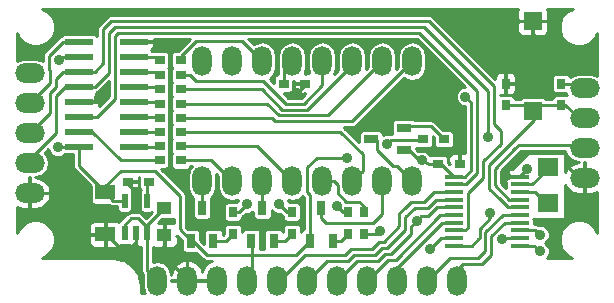
<source format=gtl>
%FSLAX34Y34*%
G04 Gerber Fmt 3.4, Leading zero omitted, Abs format*
G04 (created by PCBNEW (2014-02-28 BZR 4729)-product) date man 03 mar 2014 20:37:32 CET*
%MOIN*%
G01*
G70*
G90*
G04 APERTURE LIST*
%ADD10C,0.005906*%
%ADD11O,0.064961X0.100000*%
%ADD12O,0.100000X0.065000*%
%ADD13R,0.035433X0.031496*%
%ADD14R,0.050000X0.031496*%
%ADD15R,0.031496X0.050000*%
%ADD16R,0.035433X0.027559*%
%ADD17R,0.031496X0.035433*%
%ADD18R,0.062992X0.011811*%
%ADD19R,0.020000X0.050000*%
%ADD20R,0.051181X0.043307*%
%ADD21R,0.066929X0.051181*%
%ADD22O,0.065000X0.100000*%
%ADD23R,0.093701X0.021969*%
%ADD24R,0.070866X0.059055*%
%ADD25R,0.062992X0.059055*%
%ADD26C,0.035000*%
%ADD27C,0.009843*%
%ADD28C,0.010000*%
G04 APERTURE END LIST*
G54D10*
G54D11*
X3500Y3905D03*
X2500Y3905D03*
X1500Y3905D03*
X500Y3905D03*
X-500Y3905D03*
X-1500Y3905D03*
X-2500Y3905D03*
X-3500Y3905D03*
X-3500Y7905D03*
X-2500Y7905D03*
X-1500Y7905D03*
X-500Y7905D03*
X500Y7905D03*
X1500Y7905D03*
X2500Y7905D03*
X3500Y7905D03*
G54D12*
X9251Y7011D03*
X9251Y6011D03*
X9251Y5011D03*
X9251Y4011D03*
G54D13*
X-5275Y3897D03*
X-5984Y3897D03*
X4370Y4488D03*
X5078Y4488D03*
G54D14*
X2127Y5314D03*
X3226Y5689D03*
X3226Y4939D03*
G54D15*
X472Y3029D03*
X847Y1931D03*
X97Y1931D03*
X-1496Y3029D03*
X-1121Y1931D03*
X-1871Y1931D03*
X-3503Y3029D03*
X-3128Y1931D03*
X-3878Y1931D03*
G54D13*
X-4212Y4606D03*
G54D16*
X-4921Y4606D03*
G54D13*
X-4212Y5078D03*
X-4921Y5078D03*
X-4212Y5551D03*
X-4921Y5551D03*
X-4212Y6023D03*
X-4921Y6023D03*
X-4212Y6496D03*
X-4921Y6496D03*
X-4212Y6968D03*
X-4921Y6968D03*
X-4212Y7440D03*
X-4921Y7440D03*
X-4212Y7952D03*
X-4921Y7952D03*
X4566Y5314D03*
X3858Y5314D03*
G54D17*
X1377Y2165D03*
X1377Y2874D03*
X-511Y2874D03*
X-511Y2165D03*
X-2480Y2874D03*
X-2480Y2165D03*
X8464Y7165D03*
X8464Y6456D03*
G54D18*
X4881Y4064D03*
X4881Y3809D03*
X4881Y3553D03*
X4881Y3297D03*
X4881Y3041D03*
X4881Y2785D03*
X4881Y2529D03*
X4881Y2273D03*
X4881Y2017D03*
X4881Y1761D03*
X7086Y1761D03*
X7086Y2017D03*
X7086Y2273D03*
X7086Y2529D03*
X7086Y2785D03*
X7086Y3041D03*
X7086Y3297D03*
X7086Y3553D03*
X7086Y3809D03*
X7086Y4064D03*
G54D19*
X-6083Y2167D03*
X-5333Y2167D03*
X-6083Y3265D03*
X-5708Y2167D03*
X-5333Y3265D03*
G54D20*
X-4763Y3011D03*
X-4763Y2106D03*
G54D21*
X-6732Y3533D03*
X-6732Y2135D03*
G54D13*
X-787Y7165D03*
X-78Y7165D03*
G54D17*
X1889Y2874D03*
X1889Y2165D03*
G54D22*
X-5000Y590D03*
X-4000Y590D03*
X-3000Y590D03*
X-2000Y590D03*
X-1000Y590D03*
X0Y590D03*
X1000Y590D03*
X2000Y590D03*
X3000Y590D03*
X4000Y590D03*
X5000Y590D03*
G54D23*
X-5777Y5061D03*
X-5777Y5561D03*
X-5777Y6061D03*
X-5777Y6561D03*
X-5777Y7061D03*
X-5777Y7561D03*
X-5777Y8061D03*
X-5777Y8561D03*
X-7608Y8561D03*
X-7608Y8061D03*
X-7608Y7561D03*
X-7608Y7061D03*
X-7608Y6561D03*
X-7608Y6061D03*
X-7608Y5561D03*
X-7608Y5061D03*
G54D24*
X8031Y4370D03*
X8031Y3188D03*
G54D17*
X6614Y6456D03*
X6614Y7165D03*
G54D25*
X7519Y9251D03*
X7519Y6259D03*
G54D12*
X-9251Y7511D03*
X-9251Y6511D03*
X-9251Y5511D03*
X-9251Y4511D03*
X-9251Y3511D03*
G54D26*
X2440Y2244D03*
X3661Y2598D03*
X6023Y5393D03*
X7755Y1574D03*
X7519Y7165D03*
X-6929Y6692D03*
X-4960Y8503D03*
X6614Y4094D03*
X-354Y6850D03*
X4763Y5748D03*
X7322Y4330D03*
X-6102Y1535D03*
X-5708Y3543D03*
X984Y3070D03*
X6102Y2834D03*
X6496Y1968D03*
X-944Y3149D03*
X7755Y2125D03*
X-2007Y3149D03*
X2677Y5157D03*
X4094Y1653D03*
X-8307Y5039D03*
X-8267Y7952D03*
X5275Y6732D03*
X3818Y4606D03*
X1338Y4685D03*
G54D27*
X-4212Y6968D02*
X-1496Y6968D01*
X1500Y7799D02*
X1500Y7905D01*
X0Y6299D02*
X1500Y7799D01*
X-826Y6299D02*
X0Y6299D01*
X-1496Y6968D02*
X-826Y6299D01*
X-4212Y6023D02*
X-1181Y6023D01*
X1500Y5905D02*
X3500Y7905D01*
X-1062Y5905D02*
X1500Y5905D01*
X-1181Y6023D02*
X-1062Y5905D01*
X-4212Y7440D02*
X-3897Y7440D01*
X500Y7114D02*
X500Y7905D01*
X-118Y6496D02*
X500Y7114D01*
X-708Y6496D02*
X-118Y6496D01*
X-1456Y7244D02*
X-708Y6496D01*
X-3700Y7244D02*
X-1456Y7244D01*
X-3897Y7440D02*
X-3700Y7244D01*
X-4212Y5551D02*
X1102Y5551D01*
X1850Y4255D02*
X1500Y3905D01*
X1850Y4803D02*
X1850Y4255D01*
X1102Y5551D02*
X1850Y4803D01*
X-4212Y4606D02*
X-3200Y4606D01*
X-3200Y4606D02*
X-2500Y3905D01*
X2992Y4413D02*
X2870Y4413D01*
X3500Y3905D02*
X2992Y4413D01*
X2324Y4958D02*
X2324Y5275D01*
X2870Y4413D02*
X2324Y4958D01*
X472Y3029D02*
X472Y2677D01*
X629Y2519D02*
X1141Y2519D01*
X472Y2677D02*
X629Y2519D01*
X2500Y2814D02*
X2500Y3905D01*
X1141Y2519D02*
X2204Y2519D01*
X2204Y2519D02*
X2500Y2814D01*
X-1496Y3029D02*
X-1496Y3901D01*
X-1496Y3901D02*
X-1500Y3905D01*
X-3503Y3029D02*
X-3503Y3901D01*
X-3503Y3901D02*
X-3500Y3905D01*
X-4212Y5078D02*
X-1673Y5078D01*
X-1673Y5078D02*
X-500Y3905D01*
X-4212Y7952D02*
X-4212Y8070D01*
X-2177Y8582D02*
X-1500Y7905D01*
X-3700Y8582D02*
X-2177Y8582D01*
X-4212Y8070D02*
X-3700Y8582D01*
X-4212Y6496D02*
X-1338Y6496D01*
X696Y6102D02*
X2500Y7905D01*
X-944Y6102D02*
X696Y6102D01*
X-1338Y6496D02*
X-944Y6102D01*
X2401Y1889D02*
X2559Y1889D01*
X3071Y2559D02*
X3071Y2559D01*
X3071Y2401D02*
X3071Y2559D01*
X2559Y1889D02*
X3071Y2401D01*
X3248Y3011D02*
X3070Y2834D01*
X4223Y3553D02*
X3897Y3227D01*
X4881Y3553D02*
X4223Y3553D01*
X3740Y3228D02*
X3898Y3228D01*
X3898Y3228D02*
X3897Y3228D01*
X3897Y3228D02*
X3897Y3227D01*
X-78Y1456D02*
X-944Y590D01*
X-944Y590D02*
X-1000Y590D01*
X1259Y1456D02*
X1455Y1652D01*
X1455Y1652D02*
X2164Y1652D01*
X2164Y1652D02*
X2401Y1889D01*
X-78Y1456D02*
X1259Y1456D01*
X3071Y2559D02*
X3070Y2559D01*
X3248Y3011D02*
X3464Y3228D01*
X3464Y3228D02*
X3740Y3228D01*
X3070Y2834D02*
X3070Y2559D01*
X4016Y3031D02*
X3582Y3031D01*
X3267Y2716D02*
X3267Y2282D01*
X3582Y3031D02*
X3267Y2716D01*
X2252Y1456D02*
X2271Y1456D01*
X1377Y1259D02*
X669Y1259D01*
X1574Y1456D02*
X1377Y1259D01*
X0Y590D02*
X669Y1259D01*
X2252Y1456D02*
X1574Y1456D01*
X2677Y1692D02*
X2677Y1692D01*
X2506Y1692D02*
X2677Y1692D01*
X2271Y1456D02*
X2506Y1692D01*
X4282Y3297D02*
X4016Y3031D01*
X3267Y2282D02*
X2677Y1692D01*
X2677Y1692D02*
X2677Y1692D01*
X4881Y3297D02*
X4282Y3297D01*
X3661Y2598D02*
X3464Y2401D01*
X3464Y2401D02*
X3464Y2165D01*
X4035Y2736D02*
X3799Y2736D01*
X2362Y2165D02*
X1889Y2165D01*
X2440Y2244D02*
X2362Y2165D01*
X3799Y2736D02*
X3661Y2598D01*
X1661Y1251D02*
X2354Y1251D01*
X1661Y1251D02*
X1000Y590D01*
X3464Y2165D02*
X2795Y1496D01*
X2795Y1496D02*
X2598Y1496D01*
X2354Y1251D02*
X2598Y1496D01*
X4881Y3041D02*
X4340Y3041D01*
X4340Y3041D02*
X4035Y2736D01*
X4881Y2785D02*
X4438Y2785D01*
X2708Y1299D02*
X2000Y590D01*
X2952Y1299D02*
X2708Y1299D01*
X4438Y2785D02*
X2952Y1299D01*
X4881Y2529D02*
X4498Y2529D01*
X3000Y1031D02*
X3000Y590D01*
X4498Y2529D02*
X3000Y1031D01*
X5196Y1141D02*
X5826Y1141D01*
X6141Y1456D02*
X6141Y2086D01*
X5826Y1141D02*
X6141Y1456D01*
X7086Y2529D02*
X6584Y2529D01*
X6584Y2529D02*
X6141Y2086D01*
X5000Y944D02*
X5000Y590D01*
X5196Y1141D02*
X5000Y944D01*
X5078Y1338D02*
X5708Y1338D01*
X5944Y1574D02*
X5944Y2204D01*
X5708Y1338D02*
X5944Y1574D01*
X7086Y2785D02*
X6525Y2785D01*
X6525Y2785D02*
X5944Y2204D01*
X4748Y1338D02*
X4000Y590D01*
X5078Y1338D02*
X4748Y1338D01*
X6614Y6456D02*
X7362Y6456D01*
X8464Y6456D02*
X8610Y6456D01*
X8610Y6456D02*
X9251Y5814D01*
X7086Y3041D02*
X6683Y3041D01*
X6683Y3041D02*
X6417Y3307D01*
X6417Y3307D02*
X6062Y3661D01*
X6062Y4448D02*
X6417Y4803D01*
X6062Y3661D02*
X6062Y4448D01*
X6417Y4803D02*
X6909Y5295D01*
X7559Y6259D02*
X7559Y5944D01*
X7559Y5944D02*
X7322Y5708D01*
X8464Y6456D02*
X7755Y6456D01*
X7755Y6456D02*
X7559Y6259D01*
X7362Y6456D02*
X7559Y6259D01*
X6929Y5314D02*
X7322Y5708D01*
X6909Y5295D02*
X6929Y5314D01*
X-8582Y6850D02*
X-8385Y7047D01*
X-8147Y7561D02*
X-8385Y7322D01*
X-8385Y7322D02*
X-8385Y7047D01*
X-7608Y7561D02*
X-8147Y7561D01*
X-8582Y6850D02*
X-8582Y6181D01*
X-8582Y6181D02*
X-9251Y5511D01*
X6456Y5511D02*
X6456Y5589D01*
X6220Y5825D02*
X6220Y7086D01*
X6456Y5589D02*
X6220Y5825D01*
X6456Y5157D02*
X6456Y5511D01*
X5866Y4566D02*
X6456Y5157D01*
X-7084Y7561D02*
X-7608Y7561D01*
X-6811Y7834D02*
X-7084Y7561D01*
X-6811Y8976D02*
X-6811Y7834D01*
X-6535Y9251D02*
X-6811Y8976D01*
X4055Y9251D02*
X-6535Y9251D01*
X6220Y7086D02*
X4055Y9251D01*
X5866Y4015D02*
X5866Y4566D01*
X4881Y2273D02*
X5265Y2273D01*
X5354Y3503D02*
X5393Y3543D01*
X5354Y2362D02*
X5354Y3503D01*
X5265Y2273D02*
X5354Y2362D01*
X5393Y3543D02*
X5866Y4015D01*
X5669Y5038D02*
X5669Y6929D01*
X5305Y3809D02*
X5669Y4173D01*
X4881Y3809D02*
X5305Y3809D01*
X5669Y4173D02*
X5669Y5038D01*
X-7009Y6061D02*
X-7608Y6061D01*
X-6417Y6653D02*
X-7009Y6061D01*
X-6417Y8740D02*
X-6417Y6653D01*
X-6299Y8858D02*
X-6417Y8740D01*
X3740Y8858D02*
X-6299Y8858D01*
X5669Y6929D02*
X3740Y8858D01*
X-7608Y7061D02*
X-8057Y7061D01*
X-9251Y4645D02*
X-9251Y4511D01*
X-8385Y5511D02*
X-9251Y4645D01*
X-8385Y6733D02*
X-8385Y5511D01*
X-8057Y7061D02*
X-8385Y6733D01*
X6023Y5393D02*
X6023Y6929D01*
X7086Y1761D02*
X7568Y1761D01*
X7568Y1761D02*
X7755Y1574D01*
X-7072Y7061D02*
X-7608Y7061D01*
X-6613Y7520D02*
X-7072Y7061D01*
X-6613Y8859D02*
X-6613Y7520D01*
X-6417Y9055D02*
X-6613Y8859D01*
X3897Y9055D02*
X-6417Y9055D01*
X6023Y6929D02*
X3897Y9055D01*
X-7608Y8561D02*
X-8131Y8561D01*
X-8582Y7181D02*
X-9251Y6511D01*
X-8582Y7598D02*
X-8582Y7181D01*
X-8622Y7637D02*
X-8582Y7598D01*
X-8622Y8070D02*
X-8622Y7637D01*
X-8131Y8561D02*
X-8622Y8070D01*
X7047Y5118D02*
X8948Y5118D01*
X8948Y5118D02*
X9251Y4814D01*
X8948Y5118D02*
X9251Y4814D01*
X6929Y5000D02*
X7047Y5118D01*
X6742Y3297D02*
X6259Y3779D01*
X6259Y3779D02*
X6259Y4330D01*
X6259Y4330D02*
X6929Y5000D01*
X7086Y3297D02*
X6742Y3297D01*
X8948Y5118D02*
X9251Y4814D01*
X-5333Y2167D02*
X-5333Y2380D01*
X-6083Y2459D02*
X-6083Y2167D01*
X-5866Y2677D02*
X-6083Y2459D01*
X-5629Y2677D02*
X-5866Y2677D01*
X-5333Y2380D02*
X-5629Y2677D01*
X-5333Y2167D02*
X-5333Y2441D01*
X-5333Y2441D02*
X-4763Y3011D01*
X-5333Y2167D02*
X-5333Y924D01*
X-5333Y924D02*
X-5000Y590D01*
X7086Y3809D02*
X7509Y3809D01*
X7952Y4251D02*
X7952Y4370D01*
X7509Y3809D02*
X7952Y4251D01*
X7086Y3553D02*
X7588Y3553D01*
X7588Y3553D02*
X7952Y3188D01*
X7519Y7165D02*
X7519Y9212D01*
X7519Y9212D02*
X7559Y9251D01*
X6614Y7165D02*
X7519Y7165D01*
X-7608Y6561D02*
X-6982Y6561D01*
X-6982Y6561D02*
X-6929Y6692D01*
X-5777Y8561D02*
X-5017Y8561D01*
X-5017Y8561D02*
X-4960Y8503D01*
X6614Y4094D02*
X6614Y4212D01*
X6643Y4064D02*
X6614Y4094D01*
X7086Y4064D02*
X6643Y4064D01*
X8582Y4484D02*
X9251Y3814D01*
X8582Y4803D02*
X8582Y4484D01*
X8503Y4881D02*
X8582Y4803D01*
X7283Y4881D02*
X8503Y4881D01*
X6614Y4212D02*
X7283Y4881D01*
X-78Y7165D02*
X-78Y7125D01*
X-78Y7125D02*
X-354Y6850D01*
X5078Y4488D02*
X5078Y5433D01*
X4781Y5730D02*
X4763Y5748D01*
X5078Y5433D02*
X4763Y5748D01*
X7086Y4064D02*
X7086Y4094D01*
X7086Y4094D02*
X7322Y4330D01*
X-6102Y1535D02*
X-6062Y1535D01*
X-6702Y2135D02*
X-6102Y1535D01*
X-6732Y2135D02*
X-6702Y2135D01*
X-5708Y1889D02*
X-5708Y2167D01*
X-6062Y1535D02*
X-5708Y1889D01*
X-5984Y3897D02*
X-5984Y3818D01*
X-5984Y3818D02*
X-5708Y3543D01*
X-4000Y590D02*
X-4000Y653D01*
X-4763Y1417D02*
X-4763Y2106D01*
X-4000Y653D02*
X-4763Y1417D01*
X-5333Y3265D02*
X-5333Y3839D01*
X-5333Y3839D02*
X-5275Y3897D01*
X-787Y7165D02*
X-787Y7618D01*
X-787Y7618D02*
X-500Y7905D01*
X1299Y3228D02*
X1023Y3503D01*
X897Y3905D02*
X500Y3905D01*
X1023Y3779D02*
X897Y3905D01*
X1023Y3503D02*
X1023Y3779D01*
X1889Y2874D02*
X1889Y3070D01*
X1732Y3228D02*
X1299Y3228D01*
X1889Y3070D02*
X1732Y3228D01*
X4566Y5314D02*
X4133Y5748D01*
X3284Y5748D02*
X3226Y5689D01*
X4133Y5748D02*
X3284Y5748D01*
X847Y1931D02*
X1143Y1931D01*
X1143Y1931D02*
X1377Y2165D01*
X-1121Y1931D02*
X-746Y1931D01*
X-746Y1931D02*
X-511Y2165D01*
X-3128Y1931D02*
X-2714Y1931D01*
X-2714Y1931D02*
X-2480Y2165D01*
X-7608Y5561D02*
X-7175Y5561D01*
X-6220Y4606D02*
X-4921Y4606D01*
X-7175Y5561D02*
X-6220Y4606D01*
X1181Y2874D02*
X1377Y2874D01*
X984Y3070D02*
X1181Y2874D01*
X5748Y2283D02*
X5748Y2322D01*
X6102Y2677D02*
X6102Y2834D01*
X5748Y2322D02*
X6102Y2677D01*
X5748Y2362D02*
X5748Y2283D01*
X5748Y2283D02*
X5748Y2007D01*
X5748Y2007D02*
X5708Y1967D01*
X4881Y1761D02*
X5502Y1761D01*
X5502Y1761D02*
X5708Y1967D01*
X6545Y2017D02*
X6496Y1968D01*
X7086Y2017D02*
X6545Y2017D01*
X-669Y2874D02*
X-511Y2874D01*
X-944Y3149D02*
X-669Y2874D01*
X7086Y2273D02*
X7608Y2273D01*
X7608Y2273D02*
X7755Y2125D01*
X-2283Y2874D02*
X-2480Y2874D01*
X-2007Y3149D02*
X-2283Y2874D01*
X-5777Y5061D02*
X-4938Y5061D01*
X-4938Y5061D02*
X-4921Y5078D01*
X-5777Y5561D02*
X-4931Y5561D01*
X-4931Y5561D02*
X-4921Y5551D01*
X-5777Y6061D02*
X-4958Y6061D01*
X-4958Y6061D02*
X-4921Y6023D01*
X-5777Y6561D02*
X-4986Y6561D01*
X-4986Y6561D02*
X-4921Y6496D01*
X-5777Y7061D02*
X-5013Y7061D01*
X-5013Y7061D02*
X-4921Y6968D01*
X-5777Y7561D02*
X-5041Y7561D01*
X-5041Y7561D02*
X-4921Y7440D01*
X-5777Y8061D02*
X-5029Y8061D01*
X-5029Y8061D02*
X-4921Y7952D01*
X4881Y2017D02*
X4458Y2017D01*
X3818Y5275D02*
X3858Y5314D01*
X2795Y5275D02*
X3818Y5275D01*
X2677Y5157D02*
X2795Y5275D01*
X4458Y2017D02*
X4094Y1653D01*
X-8307Y5039D02*
X-8285Y5061D01*
X-7608Y5061D02*
X-8285Y5061D01*
X-7608Y8061D02*
X-8159Y8061D01*
X-8159Y8061D02*
X-8267Y7952D01*
X-8267Y7952D02*
X-8238Y7982D01*
X8464Y7165D02*
X8901Y7165D01*
X8901Y7165D02*
X9251Y6814D01*
X4881Y4064D02*
X5246Y4064D01*
X5473Y6534D02*
X5275Y6732D01*
X5473Y4291D02*
X5473Y6534D01*
X5246Y4064D02*
X5473Y4291D01*
X-7608Y5061D02*
X-7608Y4409D01*
X-7608Y4409D02*
X-6732Y3533D01*
X3818Y4606D02*
X3717Y4606D01*
X3717Y4606D02*
X3423Y4900D01*
X4370Y4488D02*
X4458Y4488D01*
X4458Y4488D02*
X4881Y4064D01*
X97Y1931D02*
X97Y3445D01*
X4055Y4488D02*
X4370Y4488D01*
X3818Y4606D02*
X4055Y4488D01*
X314Y4685D02*
X1338Y4685D01*
X0Y4370D02*
X314Y4685D01*
X0Y3543D02*
X0Y4370D01*
X97Y3445D02*
X0Y3543D01*
X-4251Y3425D02*
X-4251Y2304D01*
X-6732Y3740D02*
X-6220Y4251D01*
X-6220Y4251D02*
X-5078Y4251D01*
X-5078Y4251D02*
X-4251Y3425D01*
X-6732Y3533D02*
X-6732Y3740D01*
X-4251Y2304D02*
X-3878Y1931D01*
X-1850Y1457D02*
X-1850Y740D01*
X-1850Y740D02*
X-2000Y590D01*
X-1850Y1457D02*
X-1850Y1910D01*
X-1850Y1910D02*
X-1871Y1931D01*
X-3878Y1931D02*
X-3820Y1931D01*
X-3820Y1931D02*
X-3347Y1457D01*
X-3347Y1457D02*
X-1850Y1457D01*
X-376Y1457D02*
X97Y1931D01*
X-1850Y1457D02*
X-376Y1457D01*
X-6083Y3265D02*
X-6464Y3265D01*
X-6464Y3265D02*
X-6732Y3533D01*
G54D10*
G36*
X-6616Y6736D02*
X-6939Y6412D01*
X-6939Y6501D01*
X-6989Y6551D01*
X-7598Y6551D01*
X-7598Y6543D01*
X-7618Y6543D01*
X-7618Y6551D01*
X-7626Y6551D01*
X-7626Y6571D01*
X-7618Y6571D01*
X-7618Y6578D01*
X-7598Y6578D01*
X-7598Y6571D01*
X-6989Y6571D01*
X-6939Y6621D01*
X-6939Y6710D01*
X-6970Y6784D01*
X-7026Y6840D01*
X-7034Y6843D01*
X-7012Y6866D01*
X-7009Y6874D01*
X-6996Y6876D01*
X-6931Y6920D01*
X-6616Y7235D01*
X-6616Y6736D01*
X-6616Y6736D01*
G37*
G54D28*
X-6616Y6736D02*
X-6939Y6412D01*
X-6939Y6501D01*
X-6989Y6551D01*
X-7598Y6551D01*
X-7598Y6543D01*
X-7618Y6543D01*
X-7618Y6551D01*
X-7626Y6551D01*
X-7626Y6571D01*
X-7618Y6571D01*
X-7618Y6578D01*
X-7598Y6578D01*
X-7598Y6571D01*
X-6989Y6571D01*
X-6939Y6621D01*
X-6939Y6710D01*
X-6970Y6784D01*
X-7026Y6840D01*
X-7034Y6843D01*
X-7012Y6866D01*
X-7009Y6874D01*
X-6996Y6876D01*
X-6931Y6920D01*
X-6616Y7235D01*
X-6616Y6736D01*
G54D10*
G36*
X-5182Y2874D02*
X-5364Y2693D01*
X-5489Y2818D01*
X-5553Y2861D01*
X-5629Y2876D01*
X-5866Y2876D01*
X-5942Y2861D01*
X-6007Y2818D01*
X-6224Y2600D01*
X-6259Y2548D01*
X-6267Y2544D01*
X-6284Y2561D01*
X-6357Y2591D01*
X-6437Y2591D01*
X-6672Y2591D01*
X-6722Y2541D01*
X-6722Y2145D01*
X-6714Y2145D01*
X-6714Y2125D01*
X-6722Y2125D01*
X-6722Y1729D01*
X-6672Y1679D01*
X-6437Y1679D01*
X-6357Y1679D01*
X-6284Y1710D01*
X-6228Y1766D01*
X-6225Y1772D01*
X-6213Y1767D01*
X-6153Y1767D01*
X-5953Y1767D01*
X-5945Y1770D01*
X-5921Y1747D01*
X-5848Y1717D01*
X-5768Y1717D01*
X-5718Y1767D01*
X-5718Y2157D01*
X-5726Y2157D01*
X-5726Y2177D01*
X-5718Y2177D01*
X-5718Y2185D01*
X-5698Y2185D01*
X-5698Y2177D01*
X-5690Y2177D01*
X-5690Y2157D01*
X-5698Y2157D01*
X-5698Y1767D01*
X-5648Y1717D01*
X-5568Y1717D01*
X-5532Y1732D01*
X-5532Y924D01*
X-5517Y847D01*
X-5474Y783D01*
X-5474Y782D01*
X-5475Y778D01*
X-5475Y402D01*
X-5438Y221D01*
X-5411Y179D01*
X-5529Y179D01*
X-5529Y393D01*
X-5532Y411D01*
X-5532Y428D01*
X-5592Y730D01*
X-5619Y794D01*
X-5790Y1050D01*
X-5839Y1099D01*
X-6094Y1270D01*
X-6159Y1297D01*
X-6461Y1357D01*
X-6478Y1357D01*
X-6496Y1360D01*
X-6742Y1360D01*
X-6742Y1729D01*
X-6742Y2125D01*
X-6742Y2145D01*
X-6742Y2541D01*
X-6792Y2591D01*
X-7027Y2591D01*
X-7106Y2591D01*
X-7180Y2561D01*
X-7236Y2505D01*
X-7266Y2431D01*
X-7266Y2195D01*
X-7216Y2145D01*
X-6742Y2145D01*
X-6742Y2125D01*
X-7216Y2125D01*
X-7266Y2075D01*
X-7266Y1840D01*
X-7236Y1766D01*
X-7180Y1710D01*
X-7106Y1679D01*
X-7027Y1679D01*
X-6792Y1679D01*
X-6742Y1729D01*
X-6742Y1360D01*
X-8845Y1360D01*
X-8691Y1423D01*
X-8511Y1604D01*
X-8413Y1840D01*
X-8413Y2095D01*
X-8510Y2331D01*
X-8560Y2381D01*
X-8560Y3419D01*
X-8602Y3501D01*
X-9241Y3501D01*
X-9241Y2986D01*
X-9066Y2986D01*
X-8866Y3030D01*
X-8698Y3147D01*
X-8588Y3320D01*
X-8560Y3419D01*
X-8560Y2381D01*
X-8690Y2512D01*
X-8926Y2610D01*
X-9182Y2610D01*
X-9418Y2513D01*
X-9599Y2332D01*
X-9662Y2178D01*
X-9662Y3048D01*
X-9637Y3030D01*
X-9436Y2986D01*
X-9261Y2986D01*
X-9261Y3501D01*
X-9269Y3501D01*
X-9269Y3521D01*
X-9261Y3521D01*
X-9261Y4036D01*
X-9241Y4036D01*
X-9241Y3521D01*
X-8602Y3521D01*
X-8560Y3603D01*
X-8588Y3703D01*
X-8698Y3875D01*
X-8866Y3993D01*
X-9066Y4036D01*
X-9064Y4036D01*
X-8882Y4072D01*
X-8728Y4175D01*
X-8625Y4330D01*
X-8589Y4511D01*
X-8625Y4693D01*
X-8728Y4847D01*
X-8752Y4863D01*
X-8632Y4983D01*
X-8632Y4975D01*
X-8582Y4855D01*
X-8491Y4764D01*
X-8372Y4714D01*
X-8242Y4714D01*
X-8123Y4763D01*
X-8085Y4801D01*
X-8046Y4801D01*
X-7807Y4801D01*
X-7807Y4409D01*
X-7792Y4333D01*
X-7749Y4268D01*
X-7216Y3736D01*
X-7216Y3247D01*
X-7194Y3192D01*
X-7151Y3150D01*
X-7096Y3127D01*
X-7037Y3127D01*
X-6608Y3127D01*
X-6605Y3124D01*
X-6540Y3081D01*
X-6464Y3066D01*
X-6333Y3066D01*
X-6333Y2985D01*
X-6310Y2930D01*
X-6268Y2888D01*
X-6213Y2865D01*
X-6153Y2865D01*
X-5953Y2865D01*
X-5898Y2888D01*
X-5856Y2930D01*
X-5833Y2985D01*
X-5833Y3045D01*
X-5833Y3540D01*
X-5767Y3540D01*
X-5693Y3570D01*
X-5637Y3626D01*
X-5607Y3700D01*
X-5607Y3779D01*
X-5607Y3837D01*
X-5657Y3887D01*
X-5974Y3887D01*
X-5974Y3879D01*
X-5994Y3879D01*
X-5994Y3887D01*
X-6002Y3887D01*
X-6002Y3907D01*
X-5994Y3907D01*
X-5994Y3915D01*
X-5974Y3915D01*
X-5974Y3907D01*
X-5657Y3907D01*
X-5607Y3957D01*
X-5607Y4015D01*
X-5607Y4052D01*
X-5602Y4052D01*
X-5602Y4025D01*
X-5602Y3710D01*
X-5579Y3655D01*
X-5543Y3618D01*
X-5560Y3600D01*
X-5583Y3545D01*
X-5583Y3485D01*
X-5583Y2985D01*
X-5560Y2930D01*
X-5518Y2888D01*
X-5463Y2865D01*
X-5403Y2865D01*
X-5203Y2865D01*
X-5182Y2874D01*
X-5182Y2874D01*
G37*
G54D28*
X-5182Y2874D02*
X-5364Y2693D01*
X-5489Y2818D01*
X-5553Y2861D01*
X-5629Y2876D01*
X-5866Y2876D01*
X-5942Y2861D01*
X-6007Y2818D01*
X-6224Y2600D01*
X-6259Y2548D01*
X-6267Y2544D01*
X-6284Y2561D01*
X-6357Y2591D01*
X-6437Y2591D01*
X-6672Y2591D01*
X-6722Y2541D01*
X-6722Y2145D01*
X-6714Y2145D01*
X-6714Y2125D01*
X-6722Y2125D01*
X-6722Y1729D01*
X-6672Y1679D01*
X-6437Y1679D01*
X-6357Y1679D01*
X-6284Y1710D01*
X-6228Y1766D01*
X-6225Y1772D01*
X-6213Y1767D01*
X-6153Y1767D01*
X-5953Y1767D01*
X-5945Y1770D01*
X-5921Y1747D01*
X-5848Y1717D01*
X-5768Y1717D01*
X-5718Y1767D01*
X-5718Y2157D01*
X-5726Y2157D01*
X-5726Y2177D01*
X-5718Y2177D01*
X-5718Y2185D01*
X-5698Y2185D01*
X-5698Y2177D01*
X-5690Y2177D01*
X-5690Y2157D01*
X-5698Y2157D01*
X-5698Y1767D01*
X-5648Y1717D01*
X-5568Y1717D01*
X-5532Y1732D01*
X-5532Y924D01*
X-5517Y847D01*
X-5474Y783D01*
X-5474Y782D01*
X-5475Y778D01*
X-5475Y402D01*
X-5438Y221D01*
X-5411Y179D01*
X-5529Y179D01*
X-5529Y393D01*
X-5532Y411D01*
X-5532Y428D01*
X-5592Y730D01*
X-5619Y794D01*
X-5790Y1050D01*
X-5839Y1099D01*
X-6094Y1270D01*
X-6159Y1297D01*
X-6461Y1357D01*
X-6478Y1357D01*
X-6496Y1360D01*
X-6742Y1360D01*
X-6742Y1729D01*
X-6742Y2125D01*
X-6742Y2145D01*
X-6742Y2541D01*
X-6792Y2591D01*
X-7027Y2591D01*
X-7106Y2591D01*
X-7180Y2561D01*
X-7236Y2505D01*
X-7266Y2431D01*
X-7266Y2195D01*
X-7216Y2145D01*
X-6742Y2145D01*
X-6742Y2125D01*
X-7216Y2125D01*
X-7266Y2075D01*
X-7266Y1840D01*
X-7236Y1766D01*
X-7180Y1710D01*
X-7106Y1679D01*
X-7027Y1679D01*
X-6792Y1679D01*
X-6742Y1729D01*
X-6742Y1360D01*
X-8845Y1360D01*
X-8691Y1423D01*
X-8511Y1604D01*
X-8413Y1840D01*
X-8413Y2095D01*
X-8510Y2331D01*
X-8560Y2381D01*
X-8560Y3419D01*
X-8602Y3501D01*
X-9241Y3501D01*
X-9241Y2986D01*
X-9066Y2986D01*
X-8866Y3030D01*
X-8698Y3147D01*
X-8588Y3320D01*
X-8560Y3419D01*
X-8560Y2381D01*
X-8690Y2512D01*
X-8926Y2610D01*
X-9182Y2610D01*
X-9418Y2513D01*
X-9599Y2332D01*
X-9662Y2178D01*
X-9662Y3048D01*
X-9637Y3030D01*
X-9436Y2986D01*
X-9261Y2986D01*
X-9261Y3501D01*
X-9269Y3501D01*
X-9269Y3521D01*
X-9261Y3521D01*
X-9261Y4036D01*
X-9241Y4036D01*
X-9241Y3521D01*
X-8602Y3521D01*
X-8560Y3603D01*
X-8588Y3703D01*
X-8698Y3875D01*
X-8866Y3993D01*
X-9066Y4036D01*
X-9064Y4036D01*
X-8882Y4072D01*
X-8728Y4175D01*
X-8625Y4330D01*
X-8589Y4511D01*
X-8625Y4693D01*
X-8728Y4847D01*
X-8752Y4863D01*
X-8632Y4983D01*
X-8632Y4975D01*
X-8582Y4855D01*
X-8491Y4764D01*
X-8372Y4714D01*
X-8242Y4714D01*
X-8123Y4763D01*
X-8085Y4801D01*
X-8046Y4801D01*
X-7807Y4801D01*
X-7807Y4409D01*
X-7792Y4333D01*
X-7749Y4268D01*
X-7216Y3736D01*
X-7216Y3247D01*
X-7194Y3192D01*
X-7151Y3150D01*
X-7096Y3127D01*
X-7037Y3127D01*
X-6608Y3127D01*
X-6605Y3124D01*
X-6540Y3081D01*
X-6464Y3066D01*
X-6333Y3066D01*
X-6333Y2985D01*
X-6310Y2930D01*
X-6268Y2888D01*
X-6213Y2865D01*
X-6153Y2865D01*
X-5953Y2865D01*
X-5898Y2888D01*
X-5856Y2930D01*
X-5833Y2985D01*
X-5833Y3045D01*
X-5833Y3540D01*
X-5767Y3540D01*
X-5693Y3570D01*
X-5637Y3626D01*
X-5607Y3700D01*
X-5607Y3779D01*
X-5607Y3837D01*
X-5657Y3887D01*
X-5974Y3887D01*
X-5974Y3879D01*
X-5994Y3879D01*
X-5994Y3887D01*
X-6002Y3887D01*
X-6002Y3907D01*
X-5994Y3907D01*
X-5994Y3915D01*
X-5974Y3915D01*
X-5974Y3907D01*
X-5657Y3907D01*
X-5607Y3957D01*
X-5607Y4015D01*
X-5607Y4052D01*
X-5602Y4052D01*
X-5602Y4025D01*
X-5602Y3710D01*
X-5579Y3655D01*
X-5543Y3618D01*
X-5560Y3600D01*
X-5583Y3545D01*
X-5583Y3485D01*
X-5583Y2985D01*
X-5560Y2930D01*
X-5518Y2888D01*
X-5463Y2865D01*
X-5403Y2865D01*
X-5203Y2865D01*
X-5182Y2874D01*
G54D10*
G36*
X-2982Y580D02*
X-2990Y580D01*
X-2990Y572D01*
X-3010Y572D01*
X-3010Y580D01*
X-3475Y580D01*
X-3525Y580D01*
X-3990Y580D01*
X-3990Y572D01*
X-4010Y572D01*
X-4010Y580D01*
X-4525Y580D01*
X-4525Y600D01*
X-4010Y600D01*
X-4010Y1240D01*
X-4091Y1282D01*
X-4191Y1254D01*
X-4307Y1179D01*
X-4364Y1143D01*
X-4481Y975D01*
X-4525Y775D01*
X-4525Y778D01*
X-4561Y960D01*
X-4664Y1114D01*
X-4818Y1217D01*
X-5000Y1253D01*
X-5134Y1226D01*
X-5134Y1721D01*
X-5132Y1720D01*
X-5059Y1689D01*
X-4979Y1689D01*
X-4823Y1689D01*
X-4773Y1739D01*
X-4773Y2096D01*
X-4781Y2096D01*
X-4781Y2116D01*
X-4773Y2116D01*
X-4773Y2472D01*
X-4823Y2522D01*
X-4971Y2522D01*
X-4848Y2645D01*
X-4478Y2645D01*
X-4451Y2656D01*
X-4451Y2515D01*
X-4468Y2522D01*
X-4547Y2522D01*
X-4703Y2522D01*
X-4753Y2472D01*
X-4753Y2116D01*
X-4745Y2116D01*
X-4745Y2096D01*
X-4753Y2096D01*
X-4753Y1739D01*
X-4703Y1689D01*
X-4547Y1689D01*
X-4468Y1689D01*
X-4394Y1720D01*
X-4338Y1776D01*
X-4307Y1849D01*
X-4307Y2046D01*
X-4357Y2096D01*
X-4325Y2096D01*
X-4186Y1956D01*
X-4186Y1651D01*
X-4163Y1596D01*
X-4121Y1553D01*
X-4066Y1531D01*
X-4006Y1531D01*
X-3702Y1531D01*
X-3488Y1316D01*
X-3423Y1273D01*
X-3423Y1273D01*
X-3347Y1258D01*
X-3177Y1258D01*
X-3191Y1254D01*
X-3364Y1143D01*
X-3481Y975D01*
X-3500Y889D01*
X-3518Y975D01*
X-3635Y1143D01*
X-3808Y1254D01*
X-3908Y1282D01*
X-3990Y1240D01*
X-3990Y600D01*
X-3525Y600D01*
X-3475Y600D01*
X-3010Y600D01*
X-3010Y608D01*
X-2990Y608D01*
X-2990Y600D01*
X-2982Y600D01*
X-2982Y580D01*
X-2982Y580D01*
G37*
G54D28*
X-2982Y580D02*
X-2990Y580D01*
X-2990Y572D01*
X-3010Y572D01*
X-3010Y580D01*
X-3475Y580D01*
X-3525Y580D01*
X-3990Y580D01*
X-3990Y572D01*
X-4010Y572D01*
X-4010Y580D01*
X-4525Y580D01*
X-4525Y600D01*
X-4010Y600D01*
X-4010Y1240D01*
X-4091Y1282D01*
X-4191Y1254D01*
X-4307Y1179D01*
X-4364Y1143D01*
X-4481Y975D01*
X-4525Y775D01*
X-4525Y778D01*
X-4561Y960D01*
X-4664Y1114D01*
X-4818Y1217D01*
X-5000Y1253D01*
X-5134Y1226D01*
X-5134Y1721D01*
X-5132Y1720D01*
X-5059Y1689D01*
X-4979Y1689D01*
X-4823Y1689D01*
X-4773Y1739D01*
X-4773Y2096D01*
X-4781Y2096D01*
X-4781Y2116D01*
X-4773Y2116D01*
X-4773Y2472D01*
X-4823Y2522D01*
X-4971Y2522D01*
X-4848Y2645D01*
X-4478Y2645D01*
X-4451Y2656D01*
X-4451Y2515D01*
X-4468Y2522D01*
X-4547Y2522D01*
X-4703Y2522D01*
X-4753Y2472D01*
X-4753Y2116D01*
X-4745Y2116D01*
X-4745Y2096D01*
X-4753Y2096D01*
X-4753Y1739D01*
X-4703Y1689D01*
X-4547Y1689D01*
X-4468Y1689D01*
X-4394Y1720D01*
X-4338Y1776D01*
X-4307Y1849D01*
X-4307Y2046D01*
X-4357Y2096D01*
X-4325Y2096D01*
X-4186Y1956D01*
X-4186Y1651D01*
X-4163Y1596D01*
X-4121Y1553D01*
X-4066Y1531D01*
X-4006Y1531D01*
X-3702Y1531D01*
X-3488Y1316D01*
X-3423Y1273D01*
X-3423Y1273D01*
X-3347Y1258D01*
X-3177Y1258D01*
X-3191Y1254D01*
X-3364Y1143D01*
X-3481Y975D01*
X-3500Y889D01*
X-3518Y975D01*
X-3635Y1143D01*
X-3808Y1254D01*
X-3908Y1282D01*
X-3990Y1240D01*
X-3990Y600D01*
X-3525Y600D01*
X-3475Y600D01*
X-3010Y600D01*
X-3010Y608D01*
X-2990Y608D01*
X-2990Y600D01*
X-2982Y600D01*
X-2982Y580D01*
G54D10*
G36*
X-101Y2326D02*
X-145Y2308D01*
X-187Y2266D01*
X-204Y2224D01*
X-204Y2372D01*
X-227Y2427D01*
X-269Y2469D01*
X-324Y2492D01*
X-384Y2492D01*
X-699Y2492D01*
X-754Y2469D01*
X-796Y2427D01*
X-819Y2372D01*
X-819Y2312D01*
X-819Y2224D01*
X-836Y2266D01*
X-878Y2308D01*
X-933Y2331D01*
X-993Y2331D01*
X-1308Y2331D01*
X-1363Y2308D01*
X-1405Y2266D01*
X-1428Y2210D01*
X-1428Y2151D01*
X-1428Y1656D01*
X-1563Y1656D01*
X-1563Y1710D01*
X-1563Y2210D01*
X-1586Y2266D01*
X-1628Y2308D01*
X-1683Y2331D01*
X-1743Y2331D01*
X-2058Y2331D01*
X-2113Y2308D01*
X-2155Y2266D01*
X-2172Y2224D01*
X-2172Y2372D01*
X-2195Y2427D01*
X-2237Y2469D01*
X-2292Y2492D01*
X-2352Y2492D01*
X-2667Y2492D01*
X-2722Y2469D01*
X-2764Y2427D01*
X-2787Y2372D01*
X-2787Y2312D01*
X-2787Y2139D01*
X-2797Y2130D01*
X-2821Y2130D01*
X-2821Y2210D01*
X-2844Y2266D01*
X-2886Y2308D01*
X-2941Y2331D01*
X-3001Y2331D01*
X-3316Y2331D01*
X-3371Y2308D01*
X-3413Y2266D01*
X-3436Y2210D01*
X-3436Y2151D01*
X-3436Y1828D01*
X-3571Y1963D01*
X-3571Y2210D01*
X-3594Y2266D01*
X-3636Y2308D01*
X-3691Y2331D01*
X-3751Y2331D01*
X-3997Y2331D01*
X-4052Y2386D01*
X-4052Y3425D01*
X-4067Y3501D01*
X-4111Y3566D01*
X-4863Y4318D01*
X-4714Y4318D01*
X-4659Y4341D01*
X-4616Y4383D01*
X-4594Y4438D01*
X-4594Y4498D01*
X-4594Y4773D01*
X-4616Y4829D01*
X-4620Y4832D01*
X-4616Y4836D01*
X-4594Y4891D01*
X-4594Y4951D01*
X-4594Y5266D01*
X-4614Y5314D01*
X-4594Y5363D01*
X-4594Y5423D01*
X-4594Y5738D01*
X-4614Y5787D01*
X-4594Y5836D01*
X-4594Y5895D01*
X-4594Y6210D01*
X-4614Y6259D01*
X-4594Y6308D01*
X-4594Y6368D01*
X-4594Y6683D01*
X-4614Y6732D01*
X-4594Y6781D01*
X-4594Y6840D01*
X-4594Y7155D01*
X-4614Y7204D01*
X-4594Y7253D01*
X-4594Y7313D01*
X-4594Y7628D01*
X-4616Y7683D01*
X-4630Y7696D01*
X-4616Y7710D01*
X-4594Y7765D01*
X-4594Y7825D01*
X-4594Y8140D01*
X-4616Y8195D01*
X-4659Y8237D01*
X-4714Y8260D01*
X-4773Y8260D01*
X-5029Y8260D01*
X-5128Y8260D01*
X-5186Y8260D01*
X-5204Y8278D01*
X-5195Y8281D01*
X-5139Y8337D01*
X-5109Y8411D01*
X-5109Y8501D01*
X-5159Y8551D01*
X-5767Y8551D01*
X-5767Y8543D01*
X-5787Y8543D01*
X-5787Y8551D01*
X-5795Y8551D01*
X-5795Y8571D01*
X-5787Y8571D01*
X-5787Y8578D01*
X-5767Y8578D01*
X-5767Y8571D01*
X-5159Y8571D01*
X-5109Y8621D01*
X-5109Y8659D01*
X-3906Y8659D01*
X-4304Y8260D01*
X-4419Y8260D01*
X-4474Y8237D01*
X-4516Y8195D01*
X-4539Y8140D01*
X-4539Y8080D01*
X-4539Y7765D01*
X-4516Y7710D01*
X-4503Y7696D01*
X-4516Y7683D01*
X-4539Y7628D01*
X-4539Y7568D01*
X-4539Y7253D01*
X-4519Y7204D01*
X-4539Y7155D01*
X-4539Y7096D01*
X-4539Y6781D01*
X-4519Y6732D01*
X-4539Y6683D01*
X-4539Y6623D01*
X-4539Y6308D01*
X-4519Y6259D01*
X-4539Y6210D01*
X-4539Y6151D01*
X-4539Y5836D01*
X-4519Y5787D01*
X-4539Y5738D01*
X-4539Y5678D01*
X-4539Y5363D01*
X-4519Y5314D01*
X-4539Y5266D01*
X-4539Y5206D01*
X-4539Y4891D01*
X-4519Y4842D01*
X-4539Y4793D01*
X-4539Y4733D01*
X-4539Y4418D01*
X-4516Y4363D01*
X-4474Y4321D01*
X-4419Y4298D01*
X-4359Y4298D01*
X-4005Y4298D01*
X-3950Y4321D01*
X-3908Y4363D01*
X-3890Y4407D01*
X-3850Y4407D01*
X-3938Y4275D01*
X-3974Y4093D01*
X-3974Y3717D01*
X-3938Y3535D01*
X-3835Y3381D01*
X-3793Y3353D01*
X-3811Y3309D01*
X-3811Y3249D01*
X-3811Y2749D01*
X-3788Y2694D01*
X-3746Y2652D01*
X-3691Y2629D01*
X-3631Y2629D01*
X-3316Y2629D01*
X-3261Y2652D01*
X-3219Y2694D01*
X-3196Y2749D01*
X-3196Y2809D01*
X-3196Y3309D01*
X-3212Y3349D01*
X-3164Y3381D01*
X-3061Y3535D01*
X-3025Y3717D01*
X-3025Y4093D01*
X-3038Y4162D01*
X-2973Y4097D01*
X-2974Y4093D01*
X-2974Y3717D01*
X-2938Y3535D01*
X-2835Y3381D01*
X-2681Y3278D01*
X-2500Y3242D01*
X-2318Y3278D01*
X-2301Y3290D01*
X-2332Y3214D01*
X-2332Y3201D01*
X-2352Y3201D01*
X-2667Y3201D01*
X-2722Y3178D01*
X-2764Y3136D01*
X-2787Y3081D01*
X-2787Y3021D01*
X-2787Y2667D01*
X-2764Y2611D01*
X-2722Y2569D01*
X-2667Y2546D01*
X-2607Y2546D01*
X-2292Y2546D01*
X-2237Y2569D01*
X-2195Y2611D01*
X-2172Y2667D01*
X-2172Y2712D01*
X-2142Y2733D01*
X-2051Y2824D01*
X-1943Y2824D01*
X-1824Y2873D01*
X-1803Y2894D01*
X-1803Y2749D01*
X-1780Y2694D01*
X-1738Y2652D01*
X-1683Y2629D01*
X-1623Y2629D01*
X-1308Y2629D01*
X-1253Y2652D01*
X-1211Y2694D01*
X-1188Y2749D01*
X-1188Y2809D01*
X-1188Y2933D01*
X-1129Y2874D01*
X-1009Y2824D01*
X-901Y2824D01*
X-819Y2742D01*
X-819Y2667D01*
X-796Y2611D01*
X-754Y2569D01*
X-699Y2546D01*
X-639Y2546D01*
X-324Y2546D01*
X-269Y2569D01*
X-227Y2611D01*
X-204Y2667D01*
X-204Y2726D01*
X-204Y3081D01*
X-227Y3136D01*
X-269Y3178D01*
X-324Y3201D01*
X-384Y3201D01*
X-619Y3201D01*
X-619Y3213D01*
X-643Y3271D01*
X-500Y3242D01*
X-318Y3278D01*
X-164Y3381D01*
X-145Y3409D01*
X-140Y3402D01*
X-101Y3363D01*
X-101Y2326D01*
X-101Y2326D01*
G37*
G54D28*
X-101Y2326D02*
X-145Y2308D01*
X-187Y2266D01*
X-204Y2224D01*
X-204Y2372D01*
X-227Y2427D01*
X-269Y2469D01*
X-324Y2492D01*
X-384Y2492D01*
X-699Y2492D01*
X-754Y2469D01*
X-796Y2427D01*
X-819Y2372D01*
X-819Y2312D01*
X-819Y2224D01*
X-836Y2266D01*
X-878Y2308D01*
X-933Y2331D01*
X-993Y2331D01*
X-1308Y2331D01*
X-1363Y2308D01*
X-1405Y2266D01*
X-1428Y2210D01*
X-1428Y2151D01*
X-1428Y1656D01*
X-1563Y1656D01*
X-1563Y1710D01*
X-1563Y2210D01*
X-1586Y2266D01*
X-1628Y2308D01*
X-1683Y2331D01*
X-1743Y2331D01*
X-2058Y2331D01*
X-2113Y2308D01*
X-2155Y2266D01*
X-2172Y2224D01*
X-2172Y2372D01*
X-2195Y2427D01*
X-2237Y2469D01*
X-2292Y2492D01*
X-2352Y2492D01*
X-2667Y2492D01*
X-2722Y2469D01*
X-2764Y2427D01*
X-2787Y2372D01*
X-2787Y2312D01*
X-2787Y2139D01*
X-2797Y2130D01*
X-2821Y2130D01*
X-2821Y2210D01*
X-2844Y2266D01*
X-2886Y2308D01*
X-2941Y2331D01*
X-3001Y2331D01*
X-3316Y2331D01*
X-3371Y2308D01*
X-3413Y2266D01*
X-3436Y2210D01*
X-3436Y2151D01*
X-3436Y1828D01*
X-3571Y1963D01*
X-3571Y2210D01*
X-3594Y2266D01*
X-3636Y2308D01*
X-3691Y2331D01*
X-3751Y2331D01*
X-3997Y2331D01*
X-4052Y2386D01*
X-4052Y3425D01*
X-4067Y3501D01*
X-4111Y3566D01*
X-4863Y4318D01*
X-4714Y4318D01*
X-4659Y4341D01*
X-4616Y4383D01*
X-4594Y4438D01*
X-4594Y4498D01*
X-4594Y4773D01*
X-4616Y4829D01*
X-4620Y4832D01*
X-4616Y4836D01*
X-4594Y4891D01*
X-4594Y4951D01*
X-4594Y5266D01*
X-4614Y5314D01*
X-4594Y5363D01*
X-4594Y5423D01*
X-4594Y5738D01*
X-4614Y5787D01*
X-4594Y5836D01*
X-4594Y5895D01*
X-4594Y6210D01*
X-4614Y6259D01*
X-4594Y6308D01*
X-4594Y6368D01*
X-4594Y6683D01*
X-4614Y6732D01*
X-4594Y6781D01*
X-4594Y6840D01*
X-4594Y7155D01*
X-4614Y7204D01*
X-4594Y7253D01*
X-4594Y7313D01*
X-4594Y7628D01*
X-4616Y7683D01*
X-4630Y7696D01*
X-4616Y7710D01*
X-4594Y7765D01*
X-4594Y7825D01*
X-4594Y8140D01*
X-4616Y8195D01*
X-4659Y8237D01*
X-4714Y8260D01*
X-4773Y8260D01*
X-5029Y8260D01*
X-5128Y8260D01*
X-5186Y8260D01*
X-5204Y8278D01*
X-5195Y8281D01*
X-5139Y8337D01*
X-5109Y8411D01*
X-5109Y8501D01*
X-5159Y8551D01*
X-5767Y8551D01*
X-5767Y8543D01*
X-5787Y8543D01*
X-5787Y8551D01*
X-5795Y8551D01*
X-5795Y8571D01*
X-5787Y8571D01*
X-5787Y8578D01*
X-5767Y8578D01*
X-5767Y8571D01*
X-5159Y8571D01*
X-5109Y8621D01*
X-5109Y8659D01*
X-3906Y8659D01*
X-4304Y8260D01*
X-4419Y8260D01*
X-4474Y8237D01*
X-4516Y8195D01*
X-4539Y8140D01*
X-4539Y8080D01*
X-4539Y7765D01*
X-4516Y7710D01*
X-4503Y7696D01*
X-4516Y7683D01*
X-4539Y7628D01*
X-4539Y7568D01*
X-4539Y7253D01*
X-4519Y7204D01*
X-4539Y7155D01*
X-4539Y7096D01*
X-4539Y6781D01*
X-4519Y6732D01*
X-4539Y6683D01*
X-4539Y6623D01*
X-4539Y6308D01*
X-4519Y6259D01*
X-4539Y6210D01*
X-4539Y6151D01*
X-4539Y5836D01*
X-4519Y5787D01*
X-4539Y5738D01*
X-4539Y5678D01*
X-4539Y5363D01*
X-4519Y5314D01*
X-4539Y5266D01*
X-4539Y5206D01*
X-4539Y4891D01*
X-4519Y4842D01*
X-4539Y4793D01*
X-4539Y4733D01*
X-4539Y4418D01*
X-4516Y4363D01*
X-4474Y4321D01*
X-4419Y4298D01*
X-4359Y4298D01*
X-4005Y4298D01*
X-3950Y4321D01*
X-3908Y4363D01*
X-3890Y4407D01*
X-3850Y4407D01*
X-3938Y4275D01*
X-3974Y4093D01*
X-3974Y3717D01*
X-3938Y3535D01*
X-3835Y3381D01*
X-3793Y3353D01*
X-3811Y3309D01*
X-3811Y3249D01*
X-3811Y2749D01*
X-3788Y2694D01*
X-3746Y2652D01*
X-3691Y2629D01*
X-3631Y2629D01*
X-3316Y2629D01*
X-3261Y2652D01*
X-3219Y2694D01*
X-3196Y2749D01*
X-3196Y2809D01*
X-3196Y3309D01*
X-3212Y3349D01*
X-3164Y3381D01*
X-3061Y3535D01*
X-3025Y3717D01*
X-3025Y4093D01*
X-3038Y4162D01*
X-2973Y4097D01*
X-2974Y4093D01*
X-2974Y3717D01*
X-2938Y3535D01*
X-2835Y3381D01*
X-2681Y3278D01*
X-2500Y3242D01*
X-2318Y3278D01*
X-2301Y3290D01*
X-2332Y3214D01*
X-2332Y3201D01*
X-2352Y3201D01*
X-2667Y3201D01*
X-2722Y3178D01*
X-2764Y3136D01*
X-2787Y3081D01*
X-2787Y3021D01*
X-2787Y2667D01*
X-2764Y2611D01*
X-2722Y2569D01*
X-2667Y2546D01*
X-2607Y2546D01*
X-2292Y2546D01*
X-2237Y2569D01*
X-2195Y2611D01*
X-2172Y2667D01*
X-2172Y2712D01*
X-2142Y2733D01*
X-2051Y2824D01*
X-1943Y2824D01*
X-1824Y2873D01*
X-1803Y2894D01*
X-1803Y2749D01*
X-1780Y2694D01*
X-1738Y2652D01*
X-1683Y2629D01*
X-1623Y2629D01*
X-1308Y2629D01*
X-1253Y2652D01*
X-1211Y2694D01*
X-1188Y2749D01*
X-1188Y2809D01*
X-1188Y2933D01*
X-1129Y2874D01*
X-1009Y2824D01*
X-901Y2824D01*
X-819Y2742D01*
X-819Y2667D01*
X-796Y2611D01*
X-754Y2569D01*
X-699Y2546D01*
X-639Y2546D01*
X-324Y2546D01*
X-269Y2569D01*
X-227Y2611D01*
X-204Y2667D01*
X-204Y2726D01*
X-204Y3081D01*
X-227Y3136D01*
X-269Y3178D01*
X-324Y3201D01*
X-384Y3201D01*
X-619Y3201D01*
X-619Y3213D01*
X-643Y3271D01*
X-500Y3242D01*
X-318Y3278D01*
X-164Y3381D01*
X-145Y3409D01*
X-140Y3402D01*
X-101Y3363D01*
X-101Y2326D01*
G54D10*
G36*
X-60Y7155D02*
X-68Y7155D01*
X-68Y7147D01*
X-88Y7147D01*
X-88Y7155D01*
X-405Y7155D01*
X-455Y7105D01*
X-455Y7047D01*
X-455Y6968D01*
X-425Y6894D01*
X-369Y6838D01*
X-295Y6807D01*
X-138Y6807D01*
X-88Y6857D01*
X-88Y6807D01*
X-88Y6807D01*
X-88Y6807D01*
X-88Y6807D01*
X-200Y6695D01*
X-626Y6695D01*
X-788Y6857D01*
X-580Y6857D01*
X-525Y6880D01*
X-483Y6922D01*
X-460Y6978D01*
X-460Y7037D01*
X-460Y7250D01*
X-455Y7251D01*
X-455Y7225D01*
X-405Y7175D01*
X-88Y7175D01*
X-88Y7183D01*
X-68Y7183D01*
X-68Y7175D01*
X-60Y7175D01*
X-60Y7155D01*
X-60Y7155D01*
G37*
G54D28*
X-60Y7155D02*
X-68Y7155D01*
X-68Y7147D01*
X-88Y7147D01*
X-88Y7155D01*
X-405Y7155D01*
X-455Y7105D01*
X-455Y7047D01*
X-455Y6968D01*
X-425Y6894D01*
X-369Y6838D01*
X-295Y6807D01*
X-138Y6807D01*
X-88Y6857D01*
X-88Y6807D01*
X-88Y6807D01*
X-88Y6807D01*
X-88Y6807D01*
X-200Y6695D01*
X-626Y6695D01*
X-788Y6857D01*
X-580Y6857D01*
X-525Y6880D01*
X-483Y6922D01*
X-460Y6978D01*
X-460Y7037D01*
X-460Y7250D01*
X-455Y7251D01*
X-455Y7225D01*
X-405Y7175D01*
X-88Y7175D01*
X-88Y7183D01*
X-68Y7183D01*
X-68Y7175D01*
X-60Y7175D01*
X-60Y7155D01*
G54D10*
G36*
X5274Y4845D02*
X5138Y4845D01*
X5088Y4795D01*
X5088Y4498D01*
X5096Y4498D01*
X5096Y4478D01*
X5088Y4478D01*
X5088Y4470D01*
X5068Y4470D01*
X5068Y4478D01*
X5060Y4478D01*
X5060Y4498D01*
X5068Y4498D01*
X5068Y4795D01*
X5018Y4845D01*
X4861Y4845D01*
X4788Y4815D01*
X4732Y4758D01*
X4701Y4685D01*
X4701Y4605D01*
X4701Y4548D01*
X4751Y4498D01*
X4730Y4498D01*
X4697Y4531D01*
X4697Y4675D01*
X4674Y4730D01*
X4632Y4772D01*
X4577Y4795D01*
X4517Y4795D01*
X4163Y4795D01*
X4107Y4772D01*
X4103Y4768D01*
X4094Y4790D01*
X4003Y4881D01*
X3883Y4931D01*
X3754Y4931D01*
X3697Y4907D01*
X3626Y4979D01*
X3626Y5017D01*
X3651Y5007D01*
X3710Y5007D01*
X4065Y5007D01*
X4120Y5030D01*
X4162Y5072D01*
X4185Y5127D01*
X4185Y5187D01*
X4185Y5414D01*
X4239Y5360D01*
X4239Y5127D01*
X4262Y5072D01*
X4304Y5030D01*
X4359Y5007D01*
X4419Y5007D01*
X4773Y5007D01*
X4829Y5030D01*
X4871Y5072D01*
X4894Y5127D01*
X4894Y5187D01*
X4894Y5502D01*
X4871Y5557D01*
X4829Y5599D01*
X4773Y5622D01*
X4714Y5622D01*
X4541Y5622D01*
X4274Y5888D01*
X4210Y5932D01*
X4133Y5947D01*
X3588Y5947D01*
X3561Y5974D01*
X3506Y5997D01*
X3446Y5997D01*
X2946Y5997D01*
X2891Y5974D01*
X2849Y5932D01*
X2826Y5877D01*
X2826Y5817D01*
X2826Y5502D01*
X2837Y5474D01*
X2795Y5474D01*
X2771Y5470D01*
X2742Y5482D01*
X2612Y5482D01*
X2527Y5447D01*
X2527Y5502D01*
X2505Y5557D01*
X2462Y5599D01*
X2407Y5622D01*
X2348Y5622D01*
X1848Y5622D01*
X1792Y5599D01*
X1750Y5557D01*
X1727Y5502D01*
X1727Y5442D01*
X1727Y5207D01*
X1243Y5692D01*
X1221Y5706D01*
X1500Y5706D01*
X1576Y5721D01*
X1640Y5764D01*
X3220Y7344D01*
X3318Y7278D01*
X3500Y7242D01*
X3681Y7278D01*
X3835Y7381D01*
X3938Y7535D01*
X3974Y7717D01*
X3974Y8093D01*
X3938Y8275D01*
X3835Y8429D01*
X3681Y8532D01*
X3500Y8568D01*
X3318Y8532D01*
X3164Y8429D01*
X3061Y8275D01*
X3025Y8093D01*
X3025Y7717D01*
X3026Y7713D01*
X2961Y7648D01*
X2974Y7717D01*
X2974Y8093D01*
X2938Y8275D01*
X2835Y8429D01*
X2681Y8532D01*
X2500Y8568D01*
X2318Y8532D01*
X2164Y8429D01*
X2061Y8275D01*
X2025Y8093D01*
X2025Y7717D01*
X2026Y7713D01*
X1961Y7648D01*
X1974Y7717D01*
X1974Y8093D01*
X1938Y8275D01*
X1835Y8429D01*
X1681Y8532D01*
X1500Y8568D01*
X1318Y8532D01*
X1164Y8429D01*
X1061Y8275D01*
X1025Y8093D01*
X1025Y7717D01*
X1043Y7624D01*
X905Y7486D01*
X938Y7535D01*
X974Y7717D01*
X974Y8093D01*
X938Y8275D01*
X835Y8429D01*
X681Y8532D01*
X500Y8568D01*
X318Y8532D01*
X164Y8429D01*
X61Y8275D01*
X25Y8093D01*
X25Y7717D01*
X61Y7535D01*
X70Y7522D01*
X-18Y7522D01*
X-68Y7472D01*
X-68Y7522D01*
X-70Y7522D01*
X-61Y7535D01*
X-25Y7717D01*
X-25Y8093D01*
X-61Y8275D01*
X-164Y8429D01*
X-318Y8532D01*
X-500Y8568D01*
X-681Y8532D01*
X-835Y8429D01*
X-938Y8275D01*
X-974Y8093D01*
X-974Y7717D01*
X-970Y7695D01*
X-971Y7694D01*
X-986Y7618D01*
X-986Y7472D01*
X-994Y7472D01*
X-1049Y7449D01*
X-1091Y7407D01*
X-1114Y7352D01*
X-1114Y7292D01*
X-1114Y7183D01*
X-1253Y7322D01*
X-1164Y7381D01*
X-1061Y7535D01*
X-1025Y7717D01*
X-1025Y8093D01*
X-1061Y8275D01*
X-1164Y8429D01*
X-1318Y8532D01*
X-1500Y8568D01*
X-1681Y8532D01*
X-1779Y8466D01*
X-1971Y8659D01*
X3657Y8659D01*
X5259Y7057D01*
X5211Y7057D01*
X5091Y7007D01*
X5000Y6916D01*
X4950Y6797D01*
X4950Y6667D01*
X4999Y6548D01*
X5091Y6456D01*
X5210Y6407D01*
X5274Y6407D01*
X5274Y4845D01*
X5274Y4845D01*
G37*
G54D28*
X5274Y4845D02*
X5138Y4845D01*
X5088Y4795D01*
X5088Y4498D01*
X5096Y4498D01*
X5096Y4478D01*
X5088Y4478D01*
X5088Y4470D01*
X5068Y4470D01*
X5068Y4478D01*
X5060Y4478D01*
X5060Y4498D01*
X5068Y4498D01*
X5068Y4795D01*
X5018Y4845D01*
X4861Y4845D01*
X4788Y4815D01*
X4732Y4758D01*
X4701Y4685D01*
X4701Y4605D01*
X4701Y4548D01*
X4751Y4498D01*
X4730Y4498D01*
X4697Y4531D01*
X4697Y4675D01*
X4674Y4730D01*
X4632Y4772D01*
X4577Y4795D01*
X4517Y4795D01*
X4163Y4795D01*
X4107Y4772D01*
X4103Y4768D01*
X4094Y4790D01*
X4003Y4881D01*
X3883Y4931D01*
X3754Y4931D01*
X3697Y4907D01*
X3626Y4979D01*
X3626Y5017D01*
X3651Y5007D01*
X3710Y5007D01*
X4065Y5007D01*
X4120Y5030D01*
X4162Y5072D01*
X4185Y5127D01*
X4185Y5187D01*
X4185Y5414D01*
X4239Y5360D01*
X4239Y5127D01*
X4262Y5072D01*
X4304Y5030D01*
X4359Y5007D01*
X4419Y5007D01*
X4773Y5007D01*
X4829Y5030D01*
X4871Y5072D01*
X4894Y5127D01*
X4894Y5187D01*
X4894Y5502D01*
X4871Y5557D01*
X4829Y5599D01*
X4773Y5622D01*
X4714Y5622D01*
X4541Y5622D01*
X4274Y5888D01*
X4210Y5932D01*
X4133Y5947D01*
X3588Y5947D01*
X3561Y5974D01*
X3506Y5997D01*
X3446Y5997D01*
X2946Y5997D01*
X2891Y5974D01*
X2849Y5932D01*
X2826Y5877D01*
X2826Y5817D01*
X2826Y5502D01*
X2837Y5474D01*
X2795Y5474D01*
X2771Y5470D01*
X2742Y5482D01*
X2612Y5482D01*
X2527Y5447D01*
X2527Y5502D01*
X2505Y5557D01*
X2462Y5599D01*
X2407Y5622D01*
X2348Y5622D01*
X1848Y5622D01*
X1792Y5599D01*
X1750Y5557D01*
X1727Y5502D01*
X1727Y5442D01*
X1727Y5207D01*
X1243Y5692D01*
X1221Y5706D01*
X1500Y5706D01*
X1576Y5721D01*
X1640Y5764D01*
X3220Y7344D01*
X3318Y7278D01*
X3500Y7242D01*
X3681Y7278D01*
X3835Y7381D01*
X3938Y7535D01*
X3974Y7717D01*
X3974Y8093D01*
X3938Y8275D01*
X3835Y8429D01*
X3681Y8532D01*
X3500Y8568D01*
X3318Y8532D01*
X3164Y8429D01*
X3061Y8275D01*
X3025Y8093D01*
X3025Y7717D01*
X3026Y7713D01*
X2961Y7648D01*
X2974Y7717D01*
X2974Y8093D01*
X2938Y8275D01*
X2835Y8429D01*
X2681Y8532D01*
X2500Y8568D01*
X2318Y8532D01*
X2164Y8429D01*
X2061Y8275D01*
X2025Y8093D01*
X2025Y7717D01*
X2026Y7713D01*
X1961Y7648D01*
X1974Y7717D01*
X1974Y8093D01*
X1938Y8275D01*
X1835Y8429D01*
X1681Y8532D01*
X1500Y8568D01*
X1318Y8532D01*
X1164Y8429D01*
X1061Y8275D01*
X1025Y8093D01*
X1025Y7717D01*
X1043Y7624D01*
X905Y7486D01*
X938Y7535D01*
X974Y7717D01*
X974Y8093D01*
X938Y8275D01*
X835Y8429D01*
X681Y8532D01*
X500Y8568D01*
X318Y8532D01*
X164Y8429D01*
X61Y8275D01*
X25Y8093D01*
X25Y7717D01*
X61Y7535D01*
X70Y7522D01*
X-18Y7522D01*
X-68Y7472D01*
X-68Y7522D01*
X-70Y7522D01*
X-61Y7535D01*
X-25Y7717D01*
X-25Y8093D01*
X-61Y8275D01*
X-164Y8429D01*
X-318Y8532D01*
X-500Y8568D01*
X-681Y8532D01*
X-835Y8429D01*
X-938Y8275D01*
X-974Y8093D01*
X-974Y7717D01*
X-970Y7695D01*
X-971Y7694D01*
X-986Y7618D01*
X-986Y7472D01*
X-994Y7472D01*
X-1049Y7449D01*
X-1091Y7407D01*
X-1114Y7352D01*
X-1114Y7292D01*
X-1114Y7183D01*
X-1253Y7322D01*
X-1164Y7381D01*
X-1061Y7535D01*
X-1025Y7717D01*
X-1025Y8093D01*
X-1061Y8275D01*
X-1164Y8429D01*
X-1318Y8532D01*
X-1500Y8568D01*
X-1681Y8532D01*
X-1779Y8466D01*
X-1971Y8659D01*
X3657Y8659D01*
X5259Y7057D01*
X5211Y7057D01*
X5091Y7007D01*
X5000Y6916D01*
X4950Y6797D01*
X4950Y6667D01*
X4999Y6548D01*
X5091Y6456D01*
X5210Y6407D01*
X5274Y6407D01*
X5274Y4845D01*
G54D10*
G36*
X9066Y4536D02*
X8866Y4493D01*
X8698Y4375D01*
X8603Y4228D01*
X8603Y4863D01*
X7360Y4863D01*
X7291Y4795D01*
X6820Y4324D01*
X6811Y4324D01*
X6731Y4324D01*
X6658Y4293D01*
X6638Y4273D01*
X6632Y4273D01*
X6632Y4267D01*
X6602Y4237D01*
X6571Y4163D01*
X6571Y4124D01*
X6621Y4074D01*
X6632Y4074D01*
X6632Y4054D01*
X6621Y4054D01*
X6571Y4004D01*
X6571Y3966D01*
X6602Y3892D01*
X6621Y3873D01*
X6621Y3838D01*
X6621Y3720D01*
X6632Y3694D01*
X6632Y3688D01*
X6459Y3862D01*
X6459Y4248D01*
X7069Y4859D01*
X7129Y4918D01*
X8607Y4918D01*
X8625Y4830D01*
X8728Y4675D01*
X8882Y4572D01*
X9064Y4536D01*
X9066Y4536D01*
X9066Y4536D01*
G37*
G54D28*
X9066Y4536D02*
X8866Y4493D01*
X8698Y4375D01*
X8603Y4228D01*
X8603Y4863D01*
X7360Y4863D01*
X7291Y4795D01*
X6820Y4324D01*
X6811Y4324D01*
X6731Y4324D01*
X6658Y4293D01*
X6638Y4273D01*
X6632Y4273D01*
X6632Y4267D01*
X6602Y4237D01*
X6571Y4163D01*
X6571Y4124D01*
X6621Y4074D01*
X6632Y4074D01*
X6632Y4054D01*
X6621Y4054D01*
X6571Y4004D01*
X6571Y3966D01*
X6602Y3892D01*
X6621Y3873D01*
X6621Y3838D01*
X6621Y3720D01*
X6632Y3694D01*
X6632Y3688D01*
X6459Y3862D01*
X6459Y4248D01*
X7069Y4859D01*
X7129Y4918D01*
X8607Y4918D01*
X8625Y4830D01*
X8728Y4675D01*
X8882Y4572D01*
X9064Y4536D01*
X9066Y4536D01*
G54D10*
G36*
X9662Y7422D02*
X9621Y7450D01*
X9439Y7486D01*
X9064Y7486D01*
X8882Y7450D01*
X8770Y7375D01*
X8749Y7427D01*
X8707Y7469D01*
X8651Y7492D01*
X8592Y7492D01*
X8277Y7492D01*
X8222Y7469D01*
X8179Y7427D01*
X8157Y7372D01*
X8157Y7312D01*
X8157Y6958D01*
X8179Y6903D01*
X8222Y6861D01*
X8277Y6838D01*
X8336Y6838D01*
X8623Y6838D01*
X8625Y6830D01*
X8657Y6781D01*
X8651Y6783D01*
X8592Y6783D01*
X8277Y6783D01*
X8222Y6761D01*
X8179Y6718D01*
X8157Y6663D01*
X8157Y6655D01*
X8034Y6655D01*
X8034Y8916D01*
X8034Y9191D01*
X7984Y9241D01*
X7529Y9241D01*
X7529Y8806D01*
X7579Y8756D01*
X7794Y8756D01*
X7874Y8756D01*
X7947Y8787D01*
X8004Y8843D01*
X8034Y8916D01*
X8034Y6655D01*
X7945Y6655D01*
X7919Y6682D01*
X7864Y6705D01*
X7804Y6705D01*
X7509Y6705D01*
X7509Y8806D01*
X7509Y9241D01*
X7054Y9241D01*
X7004Y9191D01*
X7004Y8916D01*
X7035Y8843D01*
X7091Y8787D01*
X7164Y8756D01*
X7244Y8756D01*
X7459Y8756D01*
X7509Y8806D01*
X7509Y6705D01*
X7174Y6705D01*
X7119Y6682D01*
X7093Y6655D01*
X6971Y6655D01*
X6971Y6948D01*
X6971Y7105D01*
X6971Y7225D01*
X6971Y7382D01*
X6941Y7455D01*
X6884Y7512D01*
X6811Y7542D01*
X6731Y7542D01*
X6674Y7542D01*
X6624Y7492D01*
X6624Y7175D01*
X6921Y7175D01*
X6971Y7225D01*
X6971Y7105D01*
X6921Y7155D01*
X6624Y7155D01*
X6624Y6838D01*
X6674Y6788D01*
X6731Y6788D01*
X6811Y6788D01*
X6884Y6818D01*
X6941Y6874D01*
X6971Y6948D01*
X6971Y6655D01*
X6921Y6655D01*
X6921Y6663D01*
X6898Y6718D01*
X6856Y6761D01*
X6801Y6783D01*
X6741Y6783D01*
X6426Y6783D01*
X6419Y6780D01*
X6419Y6788D01*
X6496Y6788D01*
X6554Y6788D01*
X6604Y6838D01*
X6604Y7155D01*
X6596Y7155D01*
X6596Y7175D01*
X6604Y7175D01*
X6604Y7492D01*
X6554Y7542D01*
X6496Y7542D01*
X6416Y7542D01*
X6343Y7512D01*
X6287Y7455D01*
X6256Y7382D01*
X6256Y7332D01*
X4195Y9392D01*
X4131Y9436D01*
X4055Y9451D01*
X-6535Y9451D01*
X-6611Y9436D01*
X-6676Y9392D01*
X-6951Y9117D01*
X-6995Y9052D01*
X-7010Y8976D01*
X-7010Y8750D01*
X-7012Y8755D01*
X-7054Y8798D01*
X-7109Y8820D01*
X-7169Y8820D01*
X-8106Y8820D01*
X-8161Y8798D01*
X-8203Y8755D01*
X-8208Y8744D01*
X-8272Y8701D01*
X-8762Y8211D01*
X-8806Y8147D01*
X-8821Y8070D01*
X-8821Y7909D01*
X-8882Y7950D01*
X-9064Y7986D01*
X-9439Y7986D01*
X-9621Y7950D01*
X-9662Y7922D01*
X-9662Y8845D01*
X-9599Y8691D01*
X-9419Y8511D01*
X-9183Y8413D01*
X-8927Y8413D01*
X-8691Y8510D01*
X-8511Y8690D01*
X-8413Y8926D01*
X-8413Y9182D01*
X-8510Y9418D01*
X-8690Y9599D01*
X-8844Y9662D01*
X7037Y9662D01*
X7035Y9660D01*
X7004Y9587D01*
X7004Y9311D01*
X7054Y9261D01*
X7509Y9261D01*
X7509Y9269D01*
X7529Y9269D01*
X7529Y9261D01*
X7984Y9261D01*
X8034Y9311D01*
X8034Y9587D01*
X8004Y9660D01*
X8001Y9662D01*
X8845Y9662D01*
X8691Y9599D01*
X8511Y9419D01*
X8413Y9183D01*
X8413Y8927D01*
X8510Y8691D01*
X8690Y8511D01*
X8926Y8413D01*
X9182Y8413D01*
X9418Y8510D01*
X9599Y8690D01*
X9662Y8844D01*
X9662Y7422D01*
X9662Y7422D01*
G37*
G54D28*
X9662Y7422D02*
X9621Y7450D01*
X9439Y7486D01*
X9064Y7486D01*
X8882Y7450D01*
X8770Y7375D01*
X8749Y7427D01*
X8707Y7469D01*
X8651Y7492D01*
X8592Y7492D01*
X8277Y7492D01*
X8222Y7469D01*
X8179Y7427D01*
X8157Y7372D01*
X8157Y7312D01*
X8157Y6958D01*
X8179Y6903D01*
X8222Y6861D01*
X8277Y6838D01*
X8336Y6838D01*
X8623Y6838D01*
X8625Y6830D01*
X8657Y6781D01*
X8651Y6783D01*
X8592Y6783D01*
X8277Y6783D01*
X8222Y6761D01*
X8179Y6718D01*
X8157Y6663D01*
X8157Y6655D01*
X8034Y6655D01*
X8034Y8916D01*
X8034Y9191D01*
X7984Y9241D01*
X7529Y9241D01*
X7529Y8806D01*
X7579Y8756D01*
X7794Y8756D01*
X7874Y8756D01*
X7947Y8787D01*
X8004Y8843D01*
X8034Y8916D01*
X8034Y6655D01*
X7945Y6655D01*
X7919Y6682D01*
X7864Y6705D01*
X7804Y6705D01*
X7509Y6705D01*
X7509Y8806D01*
X7509Y9241D01*
X7054Y9241D01*
X7004Y9191D01*
X7004Y8916D01*
X7035Y8843D01*
X7091Y8787D01*
X7164Y8756D01*
X7244Y8756D01*
X7459Y8756D01*
X7509Y8806D01*
X7509Y6705D01*
X7174Y6705D01*
X7119Y6682D01*
X7093Y6655D01*
X6971Y6655D01*
X6971Y6948D01*
X6971Y7105D01*
X6971Y7225D01*
X6971Y7382D01*
X6941Y7455D01*
X6884Y7512D01*
X6811Y7542D01*
X6731Y7542D01*
X6674Y7542D01*
X6624Y7492D01*
X6624Y7175D01*
X6921Y7175D01*
X6971Y7225D01*
X6971Y7105D01*
X6921Y7155D01*
X6624Y7155D01*
X6624Y6838D01*
X6674Y6788D01*
X6731Y6788D01*
X6811Y6788D01*
X6884Y6818D01*
X6941Y6874D01*
X6971Y6948D01*
X6971Y6655D01*
X6921Y6655D01*
X6921Y6663D01*
X6898Y6718D01*
X6856Y6761D01*
X6801Y6783D01*
X6741Y6783D01*
X6426Y6783D01*
X6419Y6780D01*
X6419Y6788D01*
X6496Y6788D01*
X6554Y6788D01*
X6604Y6838D01*
X6604Y7155D01*
X6596Y7155D01*
X6596Y7175D01*
X6604Y7175D01*
X6604Y7492D01*
X6554Y7542D01*
X6496Y7542D01*
X6416Y7542D01*
X6343Y7512D01*
X6287Y7455D01*
X6256Y7382D01*
X6256Y7332D01*
X4195Y9392D01*
X4131Y9436D01*
X4055Y9451D01*
X-6535Y9451D01*
X-6611Y9436D01*
X-6676Y9392D01*
X-6951Y9117D01*
X-6995Y9052D01*
X-7010Y8976D01*
X-7010Y8750D01*
X-7012Y8755D01*
X-7054Y8798D01*
X-7109Y8820D01*
X-7169Y8820D01*
X-8106Y8820D01*
X-8161Y8798D01*
X-8203Y8755D01*
X-8208Y8744D01*
X-8272Y8701D01*
X-8762Y8211D01*
X-8806Y8147D01*
X-8821Y8070D01*
X-8821Y7909D01*
X-8882Y7950D01*
X-9064Y7986D01*
X-9439Y7986D01*
X-9621Y7950D01*
X-9662Y7922D01*
X-9662Y8845D01*
X-9599Y8691D01*
X-9419Y8511D01*
X-9183Y8413D01*
X-8927Y8413D01*
X-8691Y8510D01*
X-8511Y8690D01*
X-8413Y8926D01*
X-8413Y9182D01*
X-8510Y9418D01*
X-8690Y9599D01*
X-8844Y9662D01*
X7037Y9662D01*
X7035Y9660D01*
X7004Y9587D01*
X7004Y9311D01*
X7054Y9261D01*
X7509Y9261D01*
X7509Y9269D01*
X7529Y9269D01*
X7529Y9261D01*
X7984Y9261D01*
X8034Y9311D01*
X8034Y9587D01*
X8004Y9660D01*
X8001Y9662D01*
X8845Y9662D01*
X8691Y9599D01*
X8511Y9419D01*
X8413Y9183D01*
X8413Y8927D01*
X8510Y8691D01*
X8690Y8511D01*
X8926Y8413D01*
X9182Y8413D01*
X9418Y8510D01*
X9599Y8690D01*
X9662Y8844D01*
X9662Y7422D01*
G54D10*
G36*
X9662Y2178D02*
X9599Y2331D01*
X9419Y2512D01*
X9183Y2610D01*
X8927Y2610D01*
X8691Y2513D01*
X8511Y2332D01*
X8413Y2096D01*
X8413Y1841D01*
X8510Y1605D01*
X8690Y1424D01*
X8844Y1360D01*
X8001Y1360D01*
X8031Y1390D01*
X8080Y1509D01*
X8080Y1639D01*
X8031Y1758D01*
X7940Y1850D01*
X7939Y1850D01*
X8031Y1941D01*
X8080Y2061D01*
X8080Y2190D01*
X8031Y2309D01*
X7940Y2401D01*
X7820Y2450D01*
X7694Y2451D01*
X7684Y2457D01*
X7608Y2472D01*
X7551Y2472D01*
X7551Y2500D01*
X7551Y2618D01*
X7536Y2655D01*
X8603Y2655D01*
X8603Y3795D01*
X8698Y3647D01*
X8866Y3530D01*
X9066Y3486D01*
X9241Y3486D01*
X9241Y4001D01*
X9234Y4001D01*
X9234Y4021D01*
X9241Y4021D01*
X9241Y4536D01*
X9261Y4536D01*
X9261Y4021D01*
X9269Y4021D01*
X9269Y4001D01*
X9261Y4001D01*
X9261Y3486D01*
X9436Y3486D01*
X9637Y3530D01*
X9662Y3548D01*
X9662Y2178D01*
X9662Y2178D01*
G37*
G54D28*
X9662Y2178D02*
X9599Y2331D01*
X9419Y2512D01*
X9183Y2610D01*
X8927Y2610D01*
X8691Y2513D01*
X8511Y2332D01*
X8413Y2096D01*
X8413Y1841D01*
X8510Y1605D01*
X8690Y1424D01*
X8844Y1360D01*
X8001Y1360D01*
X8031Y1390D01*
X8080Y1509D01*
X8080Y1639D01*
X8031Y1758D01*
X7940Y1850D01*
X7939Y1850D01*
X8031Y1941D01*
X8080Y2061D01*
X8080Y2190D01*
X8031Y2309D01*
X7940Y2401D01*
X7820Y2450D01*
X7694Y2451D01*
X7684Y2457D01*
X7608Y2472D01*
X7551Y2472D01*
X7551Y2500D01*
X7551Y2618D01*
X7536Y2655D01*
X8603Y2655D01*
X8603Y3795D01*
X8698Y3647D01*
X8866Y3530D01*
X9066Y3486D01*
X9241Y3486D01*
X9241Y4001D01*
X9234Y4001D01*
X9234Y4021D01*
X9241Y4021D01*
X9241Y4536D01*
X9261Y4536D01*
X9261Y4021D01*
X9269Y4021D01*
X9269Y4001D01*
X9261Y4001D01*
X9261Y3486D01*
X9436Y3486D01*
X9637Y3530D01*
X9662Y3548D01*
X9662Y2178D01*
M02*

</source>
